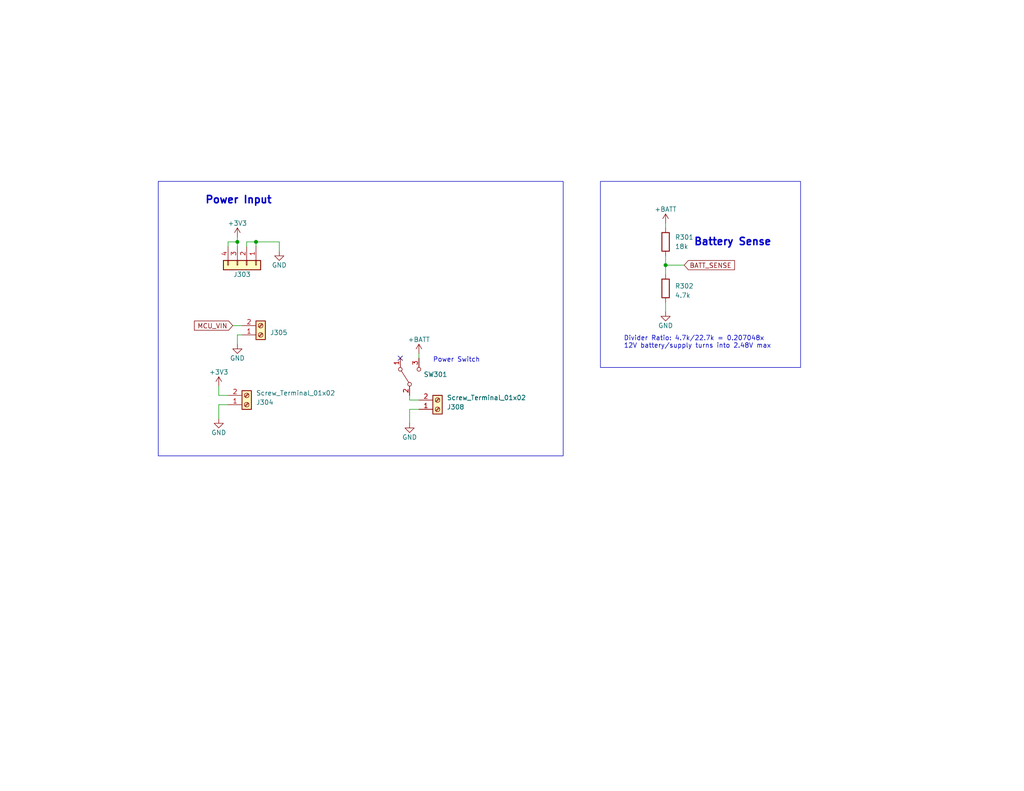
<source format=kicad_sch>
(kicad_sch (version 20230121) (generator eeschema)
  (paper "USLetter")
  (lib_symbols
    (symbol "Connector:Screw_Terminal_01x02" (pin_names (offset 1.016) hide)
      (property "Reference" "J" (at 0 2.54 0))
      (property "Value" "Screw_Terminal_01x02" (at 0 -5.08 0))
      (symbol "Screw_Terminal_01x02_1_1"
        (rectangle (start -1.27 1.27) (end 1.27 -3.81) (stroke (width 0.254)) (fill (type background)))
        (circle (center 0 -2.54) (radius 0.635) (stroke (width 0.1524)))
        (polyline (pts (xy -0.5334 -2.2098) (xy 0.3302 -3.048)) (stroke (width 0.1524)))
        (polyline (pts (xy -0.5334 0.3302) (xy 0.3302 -0.508)) (stroke (width 0.1524)))
        (polyline (pts (xy -0.3556 -2.032) (xy 0.508 -2.8702)) (stroke (width 0.1524)))
        (polyline (pts (xy -0.3556 0.508) (xy 0.508 -0.3302)) (stroke (width 0.1524)))
        (circle (center 0 0) (radius 0.635) (stroke (width 0.1524)))
        (pin passive line (at -5.08 0 0) (length 3.81) (name "Pin_1") (number "1"))
        (pin passive line (at -5.08 -2.54 0) (length 3.81) (name "Pin_2") (number "2"))
      )
    )
    (symbol "Connector_Generic:Conn_01x04" (pin_names (offset 1.016) hide)
      (property "Reference" "J" (at 0 5.08 0))
      (property "Value" "Conn_01x04" (at 0 -7.62 0))
      (symbol "Conn_01x04_1_1"
        (rectangle (start -1.27 -4.953) (end 0 -5.207) (stroke (width 0.1524)))
        (rectangle (start -1.27 -2.413) (end 0 -2.667) (stroke (width 0.1524)))
        (rectangle (start -1.27 0.127) (end 0 -0.127) (stroke (width 0.1524)))
        (rectangle (start -1.27 2.667) (end 0 2.413) (stroke (width 0.1524)))
        (rectangle (start -1.27 3.81) (end 1.27 -6.35) (stroke (width 0.254)) (fill (type background)))
        (pin passive line (at -5.08 2.54 0) (length 3.81) (name "Pin_1") (number "1"))
        (pin passive line (at -5.08 0 0) (length 3.81) (name "Pin_2") (number "2"))
        (pin passive line (at -5.08 -2.54 0) (length 3.81) (name "Pin_3") (number "3"))
        (pin passive line (at -5.08 -5.08 0) (length 3.81) (name "Pin_4") (number "4"))
      )
    )
    (symbol "Device:R" (pin_numbers hide) (pin_names (offset 0))
      (property "Reference" "R" (at 2.032 0 90))
      (property "Value" "R" (at 0 0 90))
      (symbol "R_0_1"
        (rectangle (start -1.016 -2.54) (end 1.016 2.54) (stroke (width 0.254)))
      )
      (symbol "R_1_1"
        (pin passive line (at 0 3.81 270) (length 1.27) (name "~") (number "1"))
        (pin passive line (at 0 -3.81 90) (length 1.27) (name "~") (number "2"))
      )
    )
    (symbol "Switch:SW_SPDT" (pin_names (offset 0) hide)
      (property "Reference" "SW" (at 0 4.318 0))
      (property "Value" "SW_SPDT" (at 0 -5.08 0))
      (symbol "SW_SPDT_0_0"
        (circle (center -2.032 0) (radius 0.508))
        (circle (center 2.032 -2.54) (radius 0.508))
      )
      (symbol "SW_SPDT_0_1"
        (polyline (pts (xy -1.524 0.254) (xy 1.651 2.286)))
        (circle (center 2.032 2.54) (radius 0.508))
      )
      (symbol "SW_SPDT_1_1"
        (pin passive line (at 5.08 2.54 180) (length 2.54) (name "A") (number "1"))
        (pin passive line (at -5.08 0 0) (length 2.54) (name "B") (number "2"))
        (pin passive line (at 5.08 -2.54 180) (length 2.54) (name "C") (number "3"))
      )
    )
    (symbol "power:+3V3" (power) (pin_names (offset 0))
      (property "Value" "+3V3" (at 0 3.556 0))
      (symbol "+3V3_0_1"
        (polyline (pts (xy -0.762 1.27) (xy 0 2.54)))
        (polyline (pts (xy 0 0) (xy 0 2.54)))
        (polyline (pts (xy 0 2.54) (xy 0.762 1.27)))
      )
      (symbol "+3V3_1_1"
        (pin power_in line (at 0 0 90) (length 0) hide (name "+3V3") (number "1"))
      )
    )
    (symbol "power:+BATT" (power) (pin_names (offset 0))
      (property "Value" "+BATT" (at 0 3.556 0))
      (symbol "+BATT_0_1"
        (polyline (pts (xy -0.762 1.27) (xy 0 2.54)))
        (polyline (pts (xy 0 0) (xy 0 2.54)))
        (polyline (pts (xy 0 2.54) (xy 0.762 1.27)))
      )
      (symbol "+BATT_1_1"
        (pin power_in line (at 0 0 90) (length 0) hide (name "+BATT") (number "1"))
      )
    )
    (symbol "power:GND" (power) (pin_names (offset 0))
      (property "Value" "GND" (at 0 -3.81 0))
      (symbol "GND_0_1"
        (polyline (pts (xy 0 0) (xy 0 -1.27) (xy 1.27 -1.27) (xy 0 -2.54) (xy -1.27 -1.27) (xy 0 -1.27)))
      )
      (symbol "GND_1_1"
        (pin power_in line (at 0 0 270) (length 0) hide (name "GND") (number "1"))
      )
    )
  )
  (junction (at 181.61 72.39))
  (junction (at 69.85 66.04))
  (junction (at 64.77 66.04))
  (no_connect (at 109.22 97.79))
  (wire (pts (xy 64.77 67.31) (xy 64.77 66.04)))
  (wire (pts (xy 59.69 105.41) (xy 59.69 107.95)))
  (wire (pts (xy 69.85 66.04) (xy 67.31 66.04)))
  (wire (pts (xy 59.69 107.95) (xy 62.23 107.95)))
  (wire (pts (xy 76.2 68.58) (xy 76.2 66.04)))
  (wire (pts (xy 111.76 115.57) (xy 111.76 111.76)))
  (wire (pts (xy 76.2 66.04) (xy 69.85 66.04)))
  (wire (pts (xy 62.23 66.04) (xy 64.77 66.04)))
  (wire (pts (xy 67.31 66.04) (xy 67.31 67.31)))
  (wire (pts (xy 111.76 109.22) (xy 111.76 107.95)))
  (wire (pts (xy 181.61 72.39) (xy 181.61 74.93)))
  (wire (pts (xy 181.61 72.39) (xy 186.69 72.39)))
  (wire (pts (xy 59.69 114.3) (xy 59.69 110.49)))
  (wire (pts (xy 64.77 91.44) (xy 66.04 91.44)))
  (wire (pts (xy 63.5 88.9) (xy 66.04 88.9)))
  (wire (pts (xy 64.77 64.77) (xy 64.77 66.04)))
  (wire (pts (xy 181.61 82.55) (xy 181.61 85.09)))
  (wire (pts (xy 69.85 67.31) (xy 69.85 66.04)))
  (wire (pts (xy 62.23 66.04) (xy 62.23 67.31)))
  (wire (pts (xy 111.76 111.76) (xy 114.3 111.76)))
  (wire (pts (xy 181.61 60.96) (xy 181.61 62.23)))
  (wire (pts (xy 64.77 93.98) (xy 64.77 91.44)))
  (wire (pts (xy 59.69 110.49) (xy 62.23 110.49)))
  (wire (pts (xy 181.61 69.85) (xy 181.61 72.39)))
  (wire (pts (xy 111.76 109.22) (xy 114.3 109.22)))
  (wire (pts (xy 114.3 96.52) (xy 114.3 97.79)))
  (rectangle (start 43.18 49.53) (end 153.67 124.46))
  (rectangle (start 163.83 49.53) (end 218.44 100.33))
  (text "Divider Ratio: 4.7k/22.7k = 0.207048x\n12V battery/supply turns into 2.48V max" (at 170.18 95.25 0) (effects (font (size 1.27 1.27)) (justify left bottom)))
  (text "Power Switch" (at 118.11 99.06 0) (effects (font (size 1.27 1.27)) (justify left bottom)))
  (text "Battery Sense" (at 189.23 67.31 0) (effects (font (size 2 2) (thickness 0.4) bold) (justify left bottom)))
  (text "Power Input" (at 55.88 55.88 0) (effects (font (size 2 2) (thickness 0.4) bold) (justify left bottom)))
  (global_label "MCU_VIN" (shape input) (at 63.5 88.9 180) (property "Intersheetrefs" "${INTERSHEET_REFS}" (effects hide)))
  (global_label "BATT_SENSE" (shape input) (at 186.69 72.39 0) (property "Intersheetrefs" "${INTERSHEET_REFS}" (effects hide)))
  (symbol (lib_id "Connector:Screw_Terminal_01x02") (at 71.12 91.44 0) (mirror x) (unit 1)
    (property "Reference" "J305" (at 73.66 90.805 0) (effects (justify left)))
    (property "Value" "Screw_Terminal_01x02" (effects hide))
    (property "Footprint" "TerminalBlock:TerminalBlock_bornier-2_P5.08mm" (effects hide))
    (instances (project "Tbogg_Sensor_Pkg_PCB" (path "" (reference "J305") (unit 1))) (project "Project-Supernova-PCB" (path "" (reference "J7") (unit 1)) (path "" (reference "J305") (unit 1))))
  )
  (symbol (lib_id "Connector:Screw_Terminal_01x02") (at 119.38 111.76 0) (mirror x) (unit 1)
    (property "Reference" "J308" (at 121.92 111.125 0) (effects (justify left)))
    (property "Value" "Screw_Terminal_01x02" (at 121.92 108.585 0) (effects (justify left)))
    (property "Footprint" "TerminalBlock:TerminalBlock_bornier-2_P5.08mm" (effects hide))
    (instances (project "Tbogg_Sensor_Pkg_PCB" (path "" (reference "J308") (unit 1))) (project "Project-Supernova-PCB" (path "" (reference "J11") (unit 1)) (path "" (reference "J308") (unit 1))))
  )
  (symbol (lib_id "power:GND") (at 181.61 85.09 0) (unit 1)
    (property "Reference" "#PWR0310" (effects hide))
    (property "Value" "GND" (at 181.61 88.9 0))
    (instances (project "Tbogg_Sensor_Pkg_PCB" (path "" (reference "#PWR0310") (unit 1))) (project "RFM95-Multi-PCB" (path "" (reference "#PWR05") (unit 1))) (project "Project-Supernova-PCB" (path "" (reference "#PWR033") (unit 1)) (path "" (reference "#PWR0315") (unit 1))))
  )
  (symbol (lib_id "power:GND") (at 64.77 93.98 0) (unit 1)
    (property "Reference" "#PWR0305" (effects hide))
    (property "Value" "GND" (at 64.77 97.79 0))
    (instances (project "Tbogg_Sensor_Pkg_PCB" (path "" (reference "#PWR0305") (unit 1))) (project "RFM95-Multi-PCB" (path "" (reference "#PWR05") (unit 1))) (project "Project-Supernova-PCB" (path "" (reference "#PWR027") (unit 1)) (path "" (reference "#PWR0307") (unit 1))))
  )
  (symbol (lib_id "Connector:Screw_Terminal_01x02") (at 67.31 110.49 0) (mirror x) (unit 1)
    (property "Reference" "J304" (at 69.85 109.855 0) (effects (justify left)))
    (property "Value" "Screw_Terminal_01x02" (at 69.85 107.315 0) (effects (justify left)))
    (property "Footprint" "TerminalBlock:TerminalBlock_bornier-2_P5.08mm" (effects hide))
    (instances (project "Tbogg_Sensor_Pkg_PCB" (path "" (reference "J304") (unit 1))) (project "Project-Supernova-PCB" (path "" (reference "J12") (unit 1)) (path "" (reference "J309") (unit 1))))
  )
  (symbol (lib_id "power:+BATT") (at 114.3 96.52 0) (unit 1)
    (property "Reference" "#PWR0308" (effects hide))
    (property "Value" "+BATT" (at 114.3 92.71 0))
    (instances (project "Tbogg_Sensor_Pkg_PCB" (path "" (reference "#PWR0308") (unit 1))) (project "Project-Supernova-PCB" (path "" (reference "#PWR037") (unit 1)) (path "" (reference "#PWR0313") (unit 1))))
  )
  (symbol (lib_id "power:+3V3") (at 59.69 105.41 0) (unit 1)
    (property "Reference" "#PWR0302" (effects hide))
    (property "Value" "+3V3" (at 59.69 101.6 0))
    (instances (project "Tbogg_Sensor_Pkg_PCB" (path "" (reference "#PWR0302") (unit 1))) (project "Project-Supernova-PCB" (path "" (reference "#PWR035") (unit 1)) (path "" (reference "#PWR0311") (unit 1))))
  )
  (symbol (lib_id "Connector_Generic:Conn_01x04") (at 67.31 72.39 270) (unit 1)
    (property "Reference" "J303" (at 66.04 74.93 90))
    (property "Value" "Conn_01x04" (effects hide))
    (property "Footprint" "Connector_PinHeader_2.54mm:PinHeader_1x04_P2.54mm_Vertical" (effects hide))
    (instances (project "Tbogg_Sensor_Pkg_PCB" (path "" (reference "J303") (unit 1))) (project "Project-Supernova-PCB" (path "" (reference "J14") (unit 1)) (path "" (reference "J303") (unit 1))))
  )
  (symbol (lib_id "Device:R") (at 181.61 78.74 0) (unit 1)
    (property "Reference" "R302" (at 184.15 78.105 0) (effects (justify left)))
    (property "Value" "4.7k" (at 184.15 80.645 0) (effects (justify left)))
    (property "Footprint" "Resistor_SMD:R_1206_3216Metric_Pad1.30x1.75mm_HandSolder" (effects hide))
    (instances (project "Tbogg_Sensor_Pkg_PCB" (path "" (reference "R302") (unit 1))) (project "Project-Supernova-PCB" (path "" (reference "R5") (unit 1)) (path "" (reference "R304") (unit 1))))
  )
  (symbol (lib_id "power:GND") (at 76.2 68.58 0) (unit 1)
    (property "Reference" "#PWR0306" (effects hide))
    (property "Value" "GND" (at 76.2 72.39 0))
    (instances (project "Tbogg_Sensor_Pkg_PCB" (path "" (reference "#PWR0306") (unit 1))) (project "RFM95-Multi-PCB" (path "" (reference "#PWR05") (unit 1))) (project "Project-Supernova-PCB" (path "" (reference "#PWR0101") (unit 1)) (path "" (reference "#PWR0308") (unit 1))))
  )
  (symbol (lib_id "power:+3V3") (at 64.77 64.77 0) (unit 1)
    (property "Reference" "#PWR0304" (effects hide))
    (property "Value" "+3V3" (at 64.77 60.96 0))
    (instances (project "Tbogg_Sensor_Pkg_PCB" (path "" (reference "#PWR0304") (unit 1))) (project "Project-Supernova-PCB" (path "" (reference "#PWR0102") (unit 1)) (path "" (reference "#PWR0305") (unit 1))))
  )
  (symbol (lib_id "Switch:SW_SPDT") (at 111.76 102.87 90) (unit 1)
    (property "Reference" "SW301" (at 115.57 102.235 90) (effects (justify right)))
    (property "Value" "SW_SPDT" (effects hide))
    (property "Footprint" "Button_Switch_THT:SW_Slide_1P2T_CK_OS102011MS2Q" (effects hide))
    (instances (project "Tbogg_Sensor_Pkg_PCB" (path "" (reference "SW301") (unit 1))) (project "Project-Supernova-PCB" (path "" (reference "SW2") (unit 1)) (path "" (reference "SW301") (unit 1))))
  )
  (symbol (lib_id "power:+BATT") (at 181.61 60.96 0) (unit 1)
    (property "Reference" "#PWR0309" (effects hide))
    (property "Value" "+BATT" (at 181.61 57.15 0))
    (instances (project "Tbogg_Sensor_Pkg_PCB" (path "" (reference "#PWR0309") (unit 1))) (project "Project-Supernova-PCB" (path "" (reference "#PWR032") (unit 1)) (path "" (reference "#PWR0314") (unit 1))))
  )
  (symbol (lib_id "power:GND") (at 111.76 115.57 0) (unit 1)
    (property "Reference" "#PWR0307" (effects hide))
    (property "Value" "GND" (at 111.76 119.38 0))
    (instances (project "Tbogg_Sensor_Pkg_PCB" (path "" (reference "#PWR0307") (unit 1))) (project "RFM95-Multi-PCB" (path "" (reference "#PWR05") (unit 1))) (project "Project-Supernova-PCB" (path "" (reference "#PWR034") (unit 1)) (path "" (reference "#PWR0310") (unit 1))))
  )
  (symbol (lib_id "power:GND") (at 59.69 114.3 0) (unit 1)
    (property "Reference" "#PWR0303" (effects hide))
    (property "Value" "GND" (at 59.69 118.11 0))
    (instances (project "Tbogg_Sensor_Pkg_PCB" (path "" (reference "#PWR0303") (unit 1))) (project "RFM95-Multi-PCB" (path "" (reference "#PWR05") (unit 1))) (project "Project-Supernova-PCB" (path "" (reference "#PWR036") (unit 1)) (path "" (reference "#PWR0312") (unit 1))))
  )
  (symbol (lib_id "Device:R") (at 181.61 66.04 0) (unit 1)
    (property "Reference" "R301" (at 184.15 64.77 0) (effects (justify left)))
    (property "Value" "18k" (at 184.15 67.31 0) (effects (justify left)))
    (property "Footprint" "Resistor_SMD:R_1206_3216Metric_Pad1.30x1.75mm_HandSolder" (effects hide))
    (instances (project "Tbogg_Sensor_Pkg_PCB" (path "" (reference "R301") (unit 1))) (project "Project-Supernova-PCB" (path "" (reference "R4") (unit 1)) (path "" (reference "R303") (unit 1))))
  )
)
</source>
